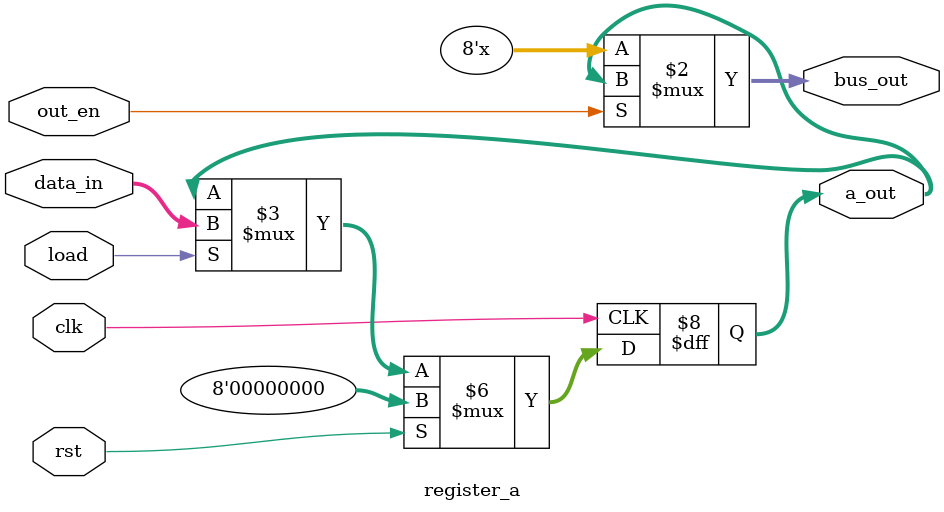
<source format=v>
`timescale 1ns / 1ps

module register_a (
    input wire clk,
    input wire rst,
    input wire load,
    input wire out_en,
    input wire [7:0] data_in,
    output reg [7:0] a_out,
    output wire [7:0] bus_out
);

    always @(posedge clk) begin
        if (rst)
            a_out <= 8'b0;
        else if (load)
            a_out <= data_in;
    end

    assign bus_out = out_en ? a_out : 8'bz;

endmodule
</source>
